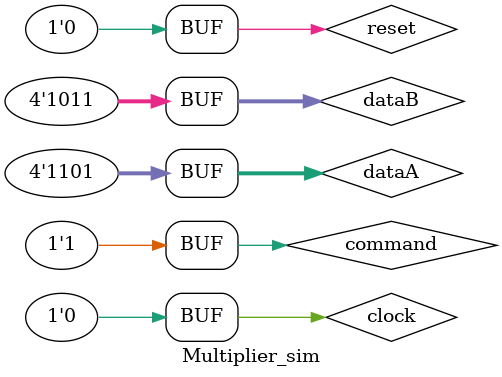
<source format=v>
`timescale 1ns / 1ps
module Multiplier_sim;
reg clock, reset, command;
reg [3:0] dataA, dataB;
wire done;
wire [7:0] product;
Multiplier uut(clock, reset, command, dataA, dataB, product, done);
initial begin
#1 reset=0;clock=0;
#1 clock=~clock;
#1 reset=1; dataA=4'b1101; dataB=4'b1011; clock=~clock;
#1 clock=~clock;
#1 clock=~clock;
#1 reset=0; clock=~clock;
#1 command=1; clock=~clock;
repeat(10)
#1 clock=~clock;
end
endmodule
</source>
